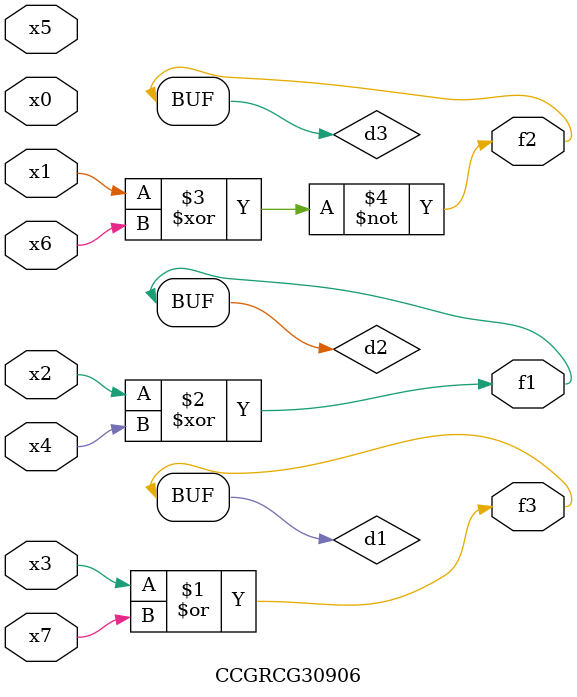
<source format=v>
module CCGRCG30906(
	input x0, x1, x2, x3, x4, x5, x6, x7,
	output f1, f2, f3
);

	wire d1, d2, d3;

	or (d1, x3, x7);
	xor (d2, x2, x4);
	xnor (d3, x1, x6);
	assign f1 = d2;
	assign f2 = d3;
	assign f3 = d1;
endmodule

</source>
